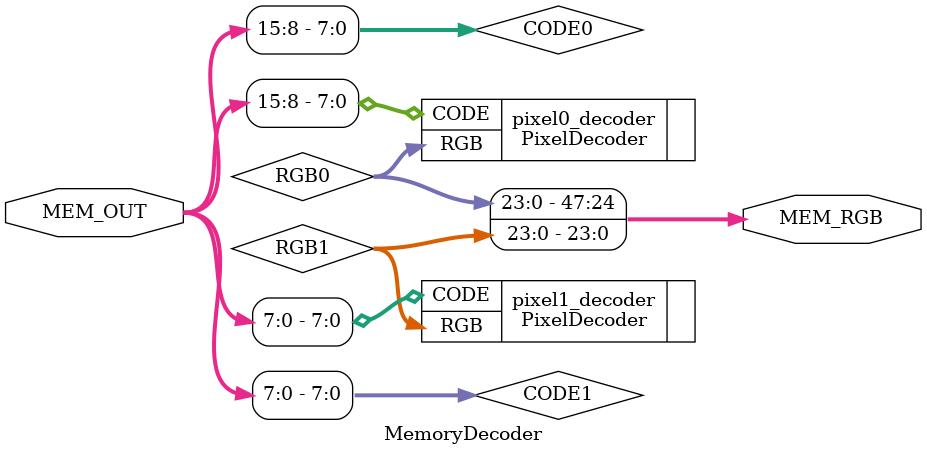
<source format=v>
module MemoryDecoder
(
  input wire  [15:0] MEM_OUT,
  output wire [47:0] MEM_RGB
);
  wire [7:0] CODE0, CODE1;
  wire [23:0] RGB0, RGB1;

  assign CODE0 = MEM_OUT[15:8]; // first pixel
  assign CODE1 = MEM_OUT[7:0];  // second pixel

  PixelDecoder pixel0_decoder (
    .CODE(CODE0),
    .RGB(RGB0)
  );

  PixelDecoder pixel1_decoder (
    .CODE(CODE1),
    .RGB(RGB1)
  );

  // Assign output
  assign MEM_RGB = {RGB0, RGB1};
endmodule

</source>
